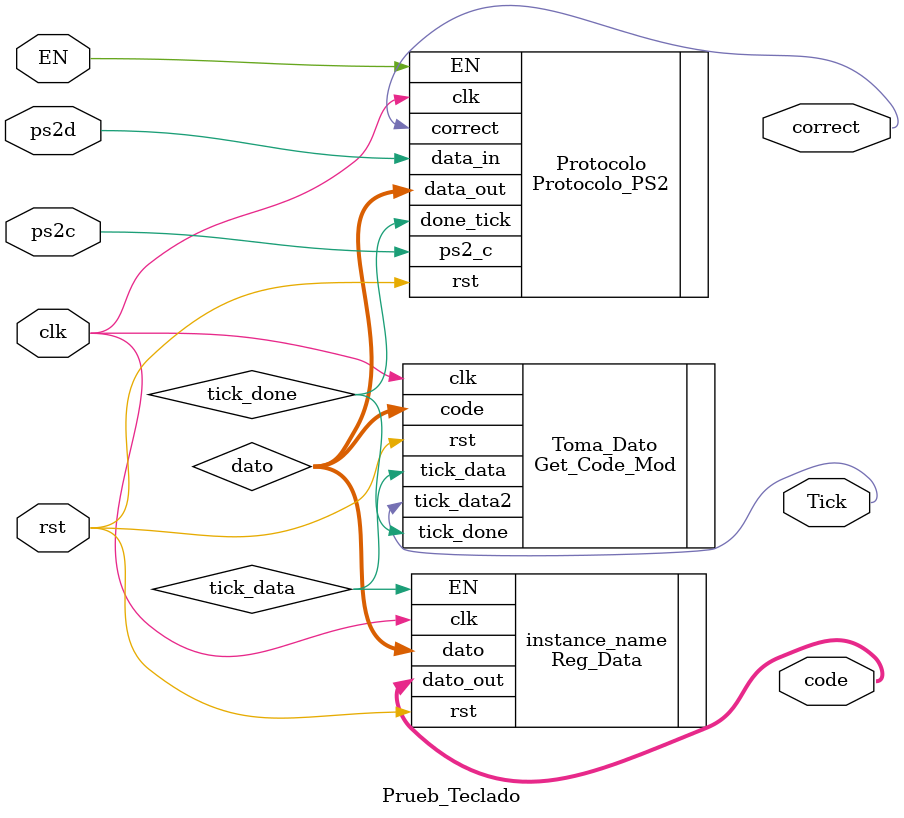
<source format=v>
`timescale 1ns / 1ps
module Prueb_Teclado(
		input clk,
		input rst,
		input ps2d,
		input ps2c,
		input EN,
		output [7:0] code,
		output Tick,
		output correct
    );

wire tick_done;
wire tick_data;
wire [7:0] dato; 

Get_Code_Mod Toma_Dato (
    .clk(clk), 
    .rst(rst), 
    .code(dato), 
    .tick_done(tick_done), 
    .tick_data(tick_data),
	 .tick_data2(Tick)
    );

Protocolo_PS2 Protocolo (
    .clk(clk), 
    .rst(rst), 
	 .EN(EN),
    .data_in(ps2d), 
    .ps2_c(ps2c),  
    .done_tick(tick_done), 
    .data_out(dato), 
    .correct(correct)
    );

Reg_Data instance_name (
    .dato(dato), 
    .EN(tick_data), 
    .clk(clk), 
    .rst(rst), 
    .dato_out(code)
    );
	 
endmodule

</source>
